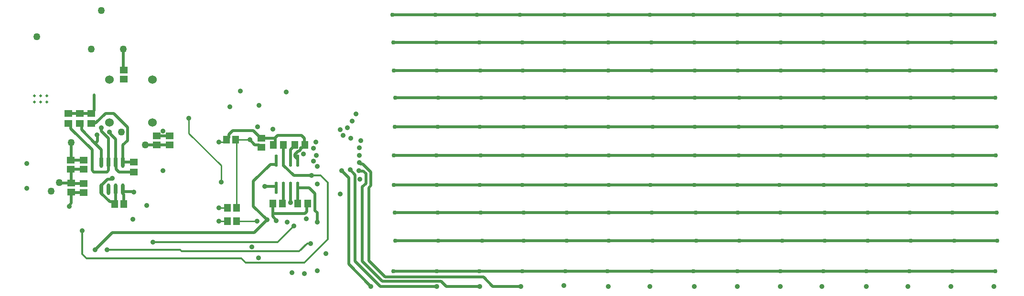
<source format=gbr>
%TF.GenerationSoftware,Altium Limited,Altium Designer,20.1.14 (287)*%
G04 Layer_Physical_Order=4*
G04 Layer_Color=16711680*
%FSLAX26Y26*%
%MOIN*%
%TF.SameCoordinates,7E9A0AC4-0E20-4BBF-80A7-7FB1365180D4*%
%TF.FilePolarity,Positive*%
%TF.FileFunction,Copper,L4,Bot,Signal*%
%TF.Part,Single*%
G01*
G75*
%TA.AperFunction,SMDPad,CuDef*%
%ADD17R,0.053150X0.045276*%
%ADD18R,0.045276X0.053150*%
%ADD25R,0.051181X0.055118*%
%ADD26R,0.055118X0.051181*%
%TA.AperFunction,Conductor*%
%ADD27C,0.012000*%
%ADD28C,0.010000*%
%ADD29C,0.020000*%
%TA.AperFunction,ComponentPad*%
%ADD30C,0.035433*%
%ADD31C,0.060000*%
%TA.AperFunction,ViaPad*%
%ADD32C,0.035000*%
%ADD33C,0.019685*%
%ADD34C,0.030000*%
%ADD35C,0.050000*%
%TA.AperFunction,SMDPad,CuDef*%
%ADD36O,0.021654X0.086614*%
%ADD37O,0.023622X0.080709*%
D17*
X2625837Y3189449D02*
D03*
Y3120551D02*
D03*
X2330837Y3460551D02*
D03*
Y3529449D02*
D03*
X2250837Y3460551D02*
D03*
Y3529449D02*
D03*
X2170837Y3460551D02*
D03*
Y3529449D02*
D03*
D18*
X3595551Y2900000D02*
D03*
X3664449D02*
D03*
X3819449Y3310000D02*
D03*
X3750551D02*
D03*
X3839449Y2900000D02*
D03*
X3770551D02*
D03*
X3669449Y3310000D02*
D03*
X3600551D02*
D03*
D25*
X3278504Y2775000D02*
D03*
X3341496D02*
D03*
X3336496Y3345000D02*
D03*
X3273504D02*
D03*
X3341496Y2870000D02*
D03*
X3278504D02*
D03*
X2557333Y2895000D02*
D03*
X2494341D02*
D03*
D26*
X3515000Y3293504D02*
D03*
Y3356496D02*
D03*
X2555837Y3832992D02*
D03*
Y3770000D02*
D03*
X2875837Y3371496D02*
D03*
Y3308504D02*
D03*
X2785837Y3371496D02*
D03*
Y3308504D02*
D03*
X2275191Y2977449D02*
D03*
Y3040441D02*
D03*
X2190522Y2978504D02*
D03*
Y3041496D02*
D03*
X2185837Y3201496D02*
D03*
Y3138504D02*
D03*
X2275837Y3201496D02*
D03*
Y3138504D02*
D03*
D27*
X3865000Y3095000D02*
X3930000D01*
X2959472Y2565000D02*
X3780000D01*
X2949472Y2575000D02*
X2959472Y2565000D01*
X3780000D02*
X3835000Y2620000D01*
X3980000Y2650000D02*
Y3045000D01*
X3930000Y3095000D02*
X3980000Y3045000D01*
X3815000Y2485000D02*
X3980000Y2650000D01*
X3405000Y2485000D02*
X3815000D01*
X2295000Y2515000D02*
X3375000D01*
X3405000Y2485000D01*
X2440000Y2575000D02*
X2949472D01*
X2265000Y2545000D02*
Y2710000D01*
Y2545000D02*
X2295000Y2515000D01*
X3835000Y2620000D02*
X3860000D01*
X2760000Y2630000D02*
X3630000D01*
X3742347Y2742347D01*
D28*
X3336496Y3345000D02*
X3435000D01*
X3220000Y2870000D02*
X3278504D01*
X3341496Y2775000D02*
X3485000D01*
X3220000D02*
X3278504D01*
X3010000Y3390000D02*
Y3495000D01*
X3235000Y3050000D02*
Y3165000D01*
X3010000Y3390000D02*
X3235000Y3165000D01*
X3258504Y3330000D02*
X3273504Y3345000D01*
X3220000Y3330000D02*
X3258504D01*
X3341496Y2870000D02*
Y3340000D01*
X3336496Y3345000D02*
X3341496Y3340000D01*
D29*
X3289095Y3384095D02*
X3315000Y3410000D01*
X3289095Y3360591D02*
Y3384095D01*
X3315000Y3410000D02*
X3459528D01*
X4450769Y2640769D02*
X4750769D01*
X5055769D01*
X6835154Y2426385D02*
X6835769Y2427000D01*
Y2425769D02*
X7135769D01*
X3774492Y3266425D02*
X3780231D01*
X3750520Y3242454D02*
X3774492Y3266425D01*
X3750520Y3230710D02*
Y3242454D01*
X3790189Y3276384D02*
Y3289500D01*
X3780231Y3266425D02*
X3790189Y3276384D01*
X3750520Y3230710D02*
X3770316Y3210913D01*
Y3200316D02*
Y3210913D01*
X3790189Y3289500D02*
X3802886D01*
X3819449Y3306063D01*
X3742520Y3095000D02*
X3865000D01*
X3770000Y3200000D02*
X3770316Y3200316D01*
X4445769Y2835769D02*
X4745769D01*
X5045769D01*
X4440769Y3030769D02*
X4740769D01*
X5040769D01*
X4440769Y3235769D02*
X4735769D01*
X6240769Y2425769D02*
X6529538D01*
X5930769D02*
X5931385Y2426385D01*
X6240154D01*
X6240769Y2427000D01*
X6529538Y2425769D02*
X6530769Y2427000D01*
X6531385Y2426385D02*
X6835154D01*
X4075000Y3130000D02*
X4125000Y3080000D01*
Y2475000D02*
Y3080000D01*
X5035769Y2425769D02*
X5335769D01*
X5635769D01*
X5930769D01*
X4435769D02*
X4740769D01*
X5035769D01*
X3819449Y3306063D02*
Y3310000D01*
X5065000Y2385000D02*
X5130000Y2320000D01*
X5325000D01*
X4200000Y3185000D02*
X4207870Y3177130D01*
X4222870D01*
X4280000Y3120000D01*
Y3025000D02*
Y3120000D01*
X4265000Y3010000D02*
X4280000Y3025000D01*
X4265000Y2500000D02*
Y3010000D01*
X4195000Y3130000D02*
X4197870Y3127130D01*
X4245000Y3040000D02*
Y3110000D01*
X4227870Y3127130D02*
X4245000Y3110000D01*
X4197870Y3127130D02*
X4227870D01*
X4220000Y3015000D02*
X4245000Y3040000D01*
X4265000Y2500000D02*
X4380000Y2385000D01*
X5065000D01*
X4220000Y2495000D02*
Y3015000D01*
X4360000Y2355000D02*
X4770000D01*
X4220000Y2495000D02*
X4360000Y2355000D01*
X4170000Y2495000D02*
Y3100000D01*
X4345000Y2320000D02*
X4740000D01*
X4170000Y2495000D02*
X4345000Y2320000D01*
X4280000D02*
Y2320000D01*
X4125000Y2475000D02*
X4280000Y2320000D01*
X4805000Y2320000D02*
X5040000D01*
X4770000Y2355000D02*
X4805000Y2320000D01*
X4135000Y3135000D02*
X4170000Y3100000D01*
X4445769Y3435769D02*
X4745769D01*
X5040769D01*
X4750769Y3640769D02*
X5050769D01*
X4450769D02*
X4750769D01*
X2486193Y3529645D02*
X2582000Y3433838D01*
Y3339499D02*
Y3433838D01*
X2550837Y3308336D02*
X2582000Y3339499D01*
X3819689Y2830000D02*
X3831405Y2841716D01*
X3595551Y2808508D02*
Y2830000D01*
X3831405Y2841716D02*
Y2891956D01*
X3595551Y2830000D02*
X3819689D01*
X3595551D02*
Y2900000D01*
X3770000Y3011024D02*
X3848976D01*
X3890000Y2850000D02*
Y2970000D01*
X3848976Y3011024D02*
X3890000Y2970000D01*
X4440769Y3830144D02*
X4441082Y3830457D01*
X4735769Y3235769D02*
X5045769D01*
X4740769Y3830769D02*
X4741101Y3831101D01*
X4441082Y3830457D02*
X4740457D01*
X4740769Y3830769D01*
X4430769Y4220769D02*
X4730769D01*
X5020769D01*
X5320769D01*
X5630769D01*
X5935769D01*
X6225769D01*
X6530769D01*
X6835769D01*
X7135769D01*
X7425769D01*
X7725769D01*
X8020769D01*
X8325769D01*
X8630769D01*
X8330769Y4025769D02*
X8635769D01*
X8025769D02*
X8330769D01*
X7725769D02*
X8025769D01*
X7435769D02*
X7725769D01*
X7140769D02*
X7435769D01*
X6835769D02*
X7140769D01*
X6535769D02*
X6835769D01*
X6235769D02*
X6535769D01*
X5937682Y4027682D02*
X5938639Y4026726D01*
X6234813D01*
X6235769Y4025769D01*
X5630769D02*
X5631726Y4026726D01*
X5936726D01*
X5937682Y4027682D01*
X5335769Y4025769D02*
X5630769D01*
X5035769D02*
X5335769D01*
X4735769D02*
X5035769D01*
X4435769D02*
X4735769D01*
X5042351Y3831101D02*
X5042682Y3831432D01*
X4741101Y3831101D02*
X5042351D01*
X5340438D02*
X5340769Y3830769D01*
X5043014Y3831101D02*
X5340438D01*
X5042682Y3831432D02*
X5043014Y3831101D01*
X5340769Y3830769D02*
X5630769D01*
X5050769Y3640769D02*
X5350769D01*
X5645769D01*
X5630769Y3830769D02*
X5935769D01*
X5645769Y3640769D02*
X5935769D01*
Y3830769D02*
X6240769D01*
X6540769D01*
X6250769Y3640769D02*
X6540769D01*
X5935769D02*
X6250769D01*
X5935769Y3435769D02*
X6245769D01*
X6540769D01*
Y3830769D02*
X6840769D01*
X7140769D01*
X7440769D01*
X7140769Y3640769D02*
X7440769D01*
X6850769D02*
X7140769D01*
X6540769D02*
X6850769D01*
X6540769Y3435769D02*
X6845769D01*
X7145769D01*
X7445769D01*
X7140769Y3235769D02*
X7440769D01*
X6845769D02*
X7140769D01*
X6540769D02*
X6845769D01*
X7440769Y3830769D02*
X7740769D01*
X8040769D01*
X8340769D01*
X8045769Y3640769D02*
X8345769D01*
X7740769D02*
X8045769D01*
X7440769D02*
X7740769D01*
X7445769Y3435769D02*
X7745769D01*
X8040769D01*
X8343269D01*
X8045769Y3235769D02*
X8340769D01*
X7745769D02*
X8045769D01*
X7440769D02*
X7745769D01*
X8340769Y3830769D02*
X8640769D01*
X8345769Y3640769D02*
X8635769D01*
X8343269Y3435769D02*
X8645769D01*
X8340769Y3235769D02*
X8640769D01*
X8340769Y3030769D02*
X8640769D01*
X8335769Y2835769D02*
X8645769D01*
X8350769Y2640769D02*
X8650769D01*
X8335769Y2425769D02*
X8635769D01*
X8030769Y3030769D02*
X8340769D01*
X7735769D02*
X8030769D01*
X7440769D02*
X7735769D01*
X7445769Y2835769D02*
X7745769D01*
X8040769D01*
X8335769D01*
X8045769Y2640769D02*
X8350769D01*
X7745769D02*
X8045769D01*
X7445769D02*
X7745769D01*
X7435769Y2425769D02*
X7735769D01*
X8035769D01*
X8335769D01*
X7135769D02*
X7435769D01*
X7150769Y2640769D02*
X7445769D01*
X7135769Y2835769D02*
X7445769D01*
X7130769Y3030769D02*
X7440769D01*
X6835769D02*
X7130769D01*
X6535769D02*
X6835769D01*
X6230769D02*
X6535769D01*
X6240769Y2835769D02*
X6545769D01*
X6840769D01*
X7135769D01*
X6850769Y2640769D02*
X7150769D01*
X6550769D02*
X6850769D01*
X6245769D02*
X6550769D01*
X5335769Y3030769D02*
X5640769D01*
X5940769D01*
X6230769D01*
X5940769Y2835769D02*
X6240769D01*
X5645769D02*
X5940769D01*
X5345769D02*
X5645769D01*
X5345769Y2640769D02*
X5645769D01*
X5940769D01*
X6245769D01*
X5040769Y3030769D02*
X5335769D01*
X5045769Y2835769D02*
X5345769D01*
X5055769Y2640769D02*
X5345769D01*
X6245769Y3235769D02*
X6540769D01*
X5940769D02*
X6245769D01*
X5645769D02*
X5940769D01*
X5340769D02*
X5645769D01*
X5345769Y3435769D02*
X5640769D01*
X5935769D01*
X5040769D02*
X5345769D01*
X5045769Y3235769D02*
X5340769D01*
X3273504Y3345000D02*
X3289095Y3360591D01*
X3513032Y3356496D02*
X3515000D01*
X3459528Y3410000D02*
X3513032Y3356496D01*
X3435000Y3345000D02*
X3470905Y3309095D01*
X3499409D01*
X3465000Y2695000D02*
X3555000Y2785000D01*
X2355000Y2575000D02*
X2475000Y2695000D01*
X3465000D01*
X3460000Y2880000D02*
X3555000Y2785000D01*
X3460000Y2880000D02*
Y3055000D01*
X3620000Y3174937D02*
Y3200000D01*
X3619236Y3174173D02*
X3620000Y3174937D01*
X3579173Y3174173D02*
X3619236D01*
X3460000Y3055000D02*
X3579173Y3174173D01*
X3670000Y3167520D02*
Y3200000D01*
Y3167520D02*
X3742520Y3095000D01*
X3720000Y2905000D02*
Y3011024D01*
X3905000Y2770000D02*
Y2835000D01*
X3890000Y2850000D02*
X3905000Y2835000D01*
X3515000Y3356496D02*
X3611496D01*
X3613189Y3358189D01*
X3499409Y3309095D02*
X3515000Y3293504D01*
X3831405Y2891956D02*
X3839449Y2900000D01*
X3595551Y2808508D02*
X3620000Y2784059D01*
Y2780000D02*
Y2784059D01*
X3614236Y3020000D02*
X3620000Y3014236D01*
X3540000Y3020000D02*
X3614236D01*
X3620000Y3011024D02*
Y3014236D01*
X3815000Y3314449D02*
X3819449Y3310000D01*
X3815000Y3314449D02*
Y3355000D01*
X3630000Y3375000D02*
X3795000D01*
X3815000Y3355000D01*
X3600551Y3310000D02*
X3613189Y3322638D01*
Y3358189D01*
X3630000Y3375000D01*
X3750551Y3306063D02*
Y3310000D01*
X3720000Y3275512D02*
X3750551Y3306063D01*
X3720000Y3200000D02*
Y3275512D01*
X3669449Y3310000D02*
X3669724Y3309724D01*
Y3200276D02*
Y3309724D01*
Y3200276D02*
X3670000Y3200000D01*
X3664449Y2900000D02*
X3669684Y2905235D01*
Y3010707D01*
X3670000Y3011024D01*
X3770276Y2900276D02*
X3770551Y2900000D01*
X3770276Y2900276D02*
Y3010748D01*
X3770000Y3011024D02*
X3770276Y3010748D01*
X2625325Y3189961D02*
X2625837Y3189449D01*
X2551349Y3189961D02*
X2625325D01*
X2550837Y3190472D02*
X2551349Y3189961D01*
X2521388Y3120551D02*
X2625837D01*
X2501530Y3140409D02*
X2521388Y3120551D01*
X2501530Y3140409D02*
Y3189779D01*
X2500837Y3190472D02*
X2501530Y3189779D01*
X2494341Y2895000D02*
X2500144Y2900803D01*
Y2998834D01*
X2500837Y2999528D01*
X2494341Y2895000D02*
Y2896968D01*
X2478751Y2912559D02*
X2494341Y2896968D01*
X2459262Y2912559D02*
X2478751D01*
X2400837Y2970984D02*
X2459262Y2912559D01*
X2400837Y2970984D02*
Y2999528D01*
X2550837Y2970004D02*
X2557333Y2963508D01*
Y2895000D02*
Y2963508D01*
X2439121Y3120000D02*
X2450837Y3131716D01*
Y3190472D01*
X2347553Y3120000D02*
X2439121D01*
X2335837Y3131716D02*
X2347553Y3120000D01*
X2500837Y3190472D02*
Y3350000D01*
X2463337Y3387500D02*
X2500837Y3350000D01*
X2455837Y3395941D02*
Y3400000D01*
X2463337Y3387500D02*
Y3388441D01*
X2455837Y3395941D02*
X2463337Y3388441D01*
X2360837Y3462218D02*
X2428264Y3529645D01*
X2486193D01*
X2332504Y3462218D02*
X2360837D01*
X2330837Y3460551D02*
X2332504Y3462218D01*
X2186381Y3424456D02*
X2335837Y3275000D01*
X2173743Y3460551D02*
X2186381Y3447913D01*
Y3424456D02*
Y3447913D01*
X2170837Y3460551D02*
X2173743D01*
X2335837Y3131716D02*
Y3275000D01*
X2400837Y3190472D02*
Y3275551D01*
X2261389Y3415000D02*
Y3450000D01*
X2250837Y3460551D02*
X2261389Y3450000D01*
X2450837Y3190472D02*
Y3355000D01*
X2261389Y3415000D02*
X2356113Y3320276D01*
X2400837Y3275551D01*
X2356113Y3320276D02*
X2373611Y3337774D01*
X2400837Y3405000D02*
Y3430000D01*
Y3405000D02*
X2450837Y3355000D01*
X2370885Y3378072D02*
X2373611Y3375346D01*
Y3337774D02*
Y3375346D01*
X2370885Y3378072D02*
Y3379036D01*
Y3384952D01*
X2370837Y3385000D02*
X2370885Y3384952D01*
X2705837Y3310000D02*
X2706585Y3309252D01*
X2785089D01*
X2785837Y3308504D01*
X2875837D01*
X2785837Y3371496D02*
X2875837D01*
X2550837Y3190472D02*
Y3308336D01*
X2553337Y3767500D02*
X2555837Y3770000D01*
X2552333Y3980000D02*
X2554085Y3978248D01*
Y3834744D02*
Y3978248D01*
Y3834744D02*
X2555837Y3832992D01*
X2105837Y3045000D02*
X2107589Y3043248D01*
X2188770D01*
X2190522Y3041496D01*
X2274663Y3040968D02*
X2275191Y3040441D01*
X2191050Y3040968D02*
X2274663D01*
X2190522Y3041496D02*
X2191050Y3040968D01*
X2274663Y2977976D02*
X2275191Y2977449D01*
X2191050Y2977976D02*
X2274663D01*
X2190522Y2978504D02*
X2191050Y2977976D01*
X2175837Y2880000D02*
Y2888118D01*
X2190522Y2902803D01*
Y2978504D01*
X2188337Y3322500D02*
X2190837Y3325000D01*
X2188337Y3203996D02*
Y3322500D01*
X2185837Y3201496D02*
X2188337Y3203996D01*
X2188180Y3043838D02*
X2188770Y3043248D01*
X2188180Y3043838D02*
Y3136162D01*
X2185837Y3138504D02*
X2188180Y3136162D01*
X2185837Y3138504D02*
X2270837D01*
X2185837Y3201496D02*
X2270837D01*
X3720000Y3011024D02*
Y3043056D01*
X3620764Y2997165D02*
Y3010260D01*
X3620000Y3011024D02*
X3620764Y3010260D01*
X3619684Y3199684D02*
X3620000Y3200000D01*
X2470097Y3069575D02*
X2475837Y3075315D01*
X2442341Y3069575D02*
X2470097D01*
X2400837Y3028071D02*
X2442341Y3069575D01*
X2400837Y2999528D02*
Y3028071D01*
X2622967Y2982870D02*
X2625837Y2980000D01*
X2552510Y2982870D02*
X2622967D01*
X2550837Y2984543D02*
X2552510Y2982870D01*
X2550837Y2984543D02*
Y2999528D01*
Y2970004D02*
Y2984543D01*
X2350837Y3549449D02*
Y3660000D01*
X2347412Y3546024D02*
X2350837Y3549449D01*
X2347412Y3542087D02*
Y3546024D01*
X2334774Y3529449D02*
X2347412Y3542087D01*
X2330837Y3529449D02*
X2334774D01*
X2250837D02*
X2330837D01*
X2170837D02*
X2250837D01*
D30*
X1880837Y3180000D02*
D03*
Y3006772D02*
D03*
D31*
X2755837Y3765000D02*
D03*
Y3465000D02*
D03*
X2455837Y3765000D02*
D03*
Y3465000D02*
D03*
D32*
X2830000Y3405000D02*
D03*
X4085000Y3375000D02*
D03*
X3880000Y3285000D02*
D03*
Y3195000D02*
D03*
X3595000Y3420000D02*
D03*
X3720000Y2905000D02*
D03*
X3895000Y3330000D02*
D03*
X3905000Y2770000D02*
D03*
X3865000Y3095000D02*
D03*
X3295000Y3575000D02*
D03*
X4150000Y3475000D02*
D03*
X3900000Y3235000D02*
D03*
X4200000Y3185000D02*
D03*
X3500000Y3585000D02*
D03*
X4135000Y3135000D02*
D03*
X3905000Y3035000D02*
D03*
X3220000Y2870000D02*
D03*
X4140020Y3355020D02*
D03*
X4075000Y3130000D02*
D03*
X3695000Y2770000D02*
D03*
X3435000Y3345000D02*
D03*
X3860000Y2620000D02*
D03*
X3742347Y2742347D02*
D03*
X3485000Y2775000D02*
D03*
X3830000Y2794500D02*
D03*
X4200000Y3235000D02*
D03*
X4065000Y3415000D02*
D03*
X3220000Y2775000D02*
D03*
Y3330000D02*
D03*
X3810000Y3245000D02*
D03*
X4195000Y3130000D02*
D03*
X3620000Y2780000D02*
D03*
X3235000Y3050000D02*
D03*
X3490000Y3435000D02*
D03*
X3905000Y3160000D02*
D03*
X4115000Y3430000D02*
D03*
X4065000Y2965000D02*
D03*
X4210000Y3340000D02*
D03*
X3555000Y2785000D02*
D03*
X6835000Y2320000D02*
D03*
X7135000D02*
D03*
X4200000Y3290000D02*
D03*
X6225000Y2320000D02*
D03*
X5935000D02*
D03*
X5040000D02*
D03*
X5325000D02*
D03*
X4280000D02*
D03*
X4204500Y3070000D02*
D03*
X8625000Y2320000D02*
D03*
X8325000D02*
D03*
X8025000D02*
D03*
X7735000D02*
D03*
X7425000D02*
D03*
X6535000D02*
D03*
X5625000Y2325000D02*
D03*
X4740000Y2320000D02*
D03*
X2830409Y3128536D02*
D03*
X2625837Y2980000D02*
D03*
X2370885Y3379036D02*
D03*
X2620837Y2790000D02*
D03*
X2400837Y3430000D02*
D03*
X2455837Y3400000D02*
D03*
X2715837Y2885000D02*
D03*
X3450000Y2596500D02*
D03*
X3690000Y3680000D02*
D03*
X3370000Y3685000D02*
D03*
X2440000Y2575000D02*
D03*
X2265000Y2710000D02*
D03*
X2760000Y2630000D02*
D03*
X3815000Y2410000D02*
D03*
X3730000Y2415000D02*
D03*
X2355000Y2575000D02*
D03*
X3905000Y2430000D02*
D03*
X3965000Y2550000D02*
D03*
X3540000Y3020000D02*
D03*
X3495000Y2520000D02*
D03*
X3010000Y3495000D02*
D03*
X4175000Y3525000D02*
D03*
X2175837Y2880000D02*
D03*
X2475837Y3075315D02*
D03*
D33*
X1932530Y3608347D02*
D03*
Y3651654D02*
D03*
X1975837Y3608347D02*
D03*
Y3651654D02*
D03*
X2019144Y3608347D02*
D03*
Y3651654D02*
D03*
D34*
X4450769Y2640769D02*
D03*
X6835769Y2427000D02*
D03*
X7135769Y2425769D02*
D03*
X4445769Y2835769D02*
D03*
X4440769Y3030769D02*
D03*
Y3235769D02*
D03*
X6530769Y2427000D02*
D03*
X6240769D02*
D03*
X4435769Y2425769D02*
D03*
X5335769D02*
D03*
X5930769D02*
D03*
X4740769D02*
D03*
X5035769D02*
D03*
X5635769D02*
D03*
X4445769Y3435769D02*
D03*
X4450769Y3640769D02*
D03*
X4440769Y3830144D02*
D03*
X4430769Y4220769D02*
D03*
X4730769D02*
D03*
X5020769D02*
D03*
X5320769D02*
D03*
X5630769D02*
D03*
X5935769D02*
D03*
X6225769D02*
D03*
X6530769D02*
D03*
X6835769D02*
D03*
X7135769D02*
D03*
X7425769D02*
D03*
X7725769D02*
D03*
X8020769D02*
D03*
X8325769D02*
D03*
X8630769D02*
D03*
X4435769Y4025769D02*
D03*
X4735769D02*
D03*
X5035769D02*
D03*
X5335769D02*
D03*
X5630769D02*
D03*
X5937682Y4027682D02*
D03*
X6235769Y4025769D02*
D03*
X6535769D02*
D03*
X6835769D02*
D03*
X7140769D02*
D03*
X7435769D02*
D03*
X7725769D02*
D03*
X8025769D02*
D03*
X8330769D02*
D03*
X8635769D02*
D03*
X4740769Y3830769D02*
D03*
X5042682Y3831432D02*
D03*
X5340769Y3830769D02*
D03*
X5630769D02*
D03*
X5935769D02*
D03*
X6240769D02*
D03*
X6540769D02*
D03*
X6840769D02*
D03*
X7140769D02*
D03*
X7440769D02*
D03*
X7740769D02*
D03*
X8040769D02*
D03*
X8340769D02*
D03*
X8640769D02*
D03*
X4750769Y3640769D02*
D03*
X5050769D02*
D03*
X5350769D02*
D03*
X5645769D02*
D03*
X5935769D02*
D03*
X6250769D02*
D03*
X6540769D02*
D03*
X6850769D02*
D03*
X7140769D02*
D03*
X7440769D02*
D03*
X7740769D02*
D03*
X8045769D02*
D03*
X8345769D02*
D03*
X8635769D02*
D03*
X4745769Y3435769D02*
D03*
X5040769D02*
D03*
X5345769D02*
D03*
X5640769D02*
D03*
X5935769D02*
D03*
X6245769D02*
D03*
X6540769D02*
D03*
X6845769D02*
D03*
X7145769D02*
D03*
X7445769D02*
D03*
X7745769D02*
D03*
X8040769D02*
D03*
X8343269D02*
D03*
X8645769D02*
D03*
X4735769Y3235769D02*
D03*
X5045769D02*
D03*
X5340769D02*
D03*
X5645769D02*
D03*
X5940769D02*
D03*
X6245769D02*
D03*
X6540769D02*
D03*
X6845769D02*
D03*
X7140769D02*
D03*
X7440769D02*
D03*
X7745769D02*
D03*
X8045769D02*
D03*
X8340769D02*
D03*
X8640769D02*
D03*
X4740769Y3030769D02*
D03*
X5040769D02*
D03*
X5335769D02*
D03*
X5640769D02*
D03*
X5940769D02*
D03*
X6230769D02*
D03*
X6535769D02*
D03*
X6835769D02*
D03*
X7130769D02*
D03*
X7440769D02*
D03*
X7735769D02*
D03*
X8030769D02*
D03*
X8340769D02*
D03*
X8640769D02*
D03*
X5345769Y2835769D02*
D03*
X5645769D02*
D03*
X5940769D02*
D03*
X6240769D02*
D03*
X6545769D02*
D03*
X6840769D02*
D03*
X7135769D02*
D03*
X7445769D02*
D03*
X7745769D02*
D03*
X8040769D02*
D03*
X8335769D02*
D03*
X8645769D02*
D03*
X4750769Y2640769D02*
D03*
X5055769D02*
D03*
X5345769D02*
D03*
X5645769D02*
D03*
X5940769D02*
D03*
X6245769D02*
D03*
X6550769D02*
D03*
X6850769D02*
D03*
X7150769D02*
D03*
X7445769D02*
D03*
X7745769D02*
D03*
X8045769D02*
D03*
X8350769D02*
D03*
X8650769D02*
D03*
X7435769Y2425769D02*
D03*
X7735769D02*
D03*
X8035769D02*
D03*
X8335769D02*
D03*
X8635769D02*
D03*
X4745769Y2835769D02*
D03*
X5045769D02*
D03*
D35*
X2540000Y3400000D02*
D03*
X2705837Y3310000D02*
D03*
X1950837Y4065000D02*
D03*
X2330837Y3980000D02*
D03*
X2552333D02*
D03*
X2190837Y3325000D02*
D03*
X2050837Y2985000D02*
D03*
X2105837Y3045000D02*
D03*
X2400837Y4250000D02*
D03*
D36*
X3620000Y3200000D02*
D03*
X3670000D02*
D03*
X3720000D02*
D03*
X3770000D02*
D03*
X3620000Y3011024D02*
D03*
X3670000D02*
D03*
X3720000D02*
D03*
X3770000D02*
D03*
D37*
X2400837Y3190472D02*
D03*
X2450837D02*
D03*
X2500837D02*
D03*
X2550837D02*
D03*
X2400837Y2999528D02*
D03*
X2450837D02*
D03*
X2500837D02*
D03*
X2550837D02*
D03*
%TF.MD5,fa23ffc6484ebf4163b833e385c8cd63*%
M02*

</source>
